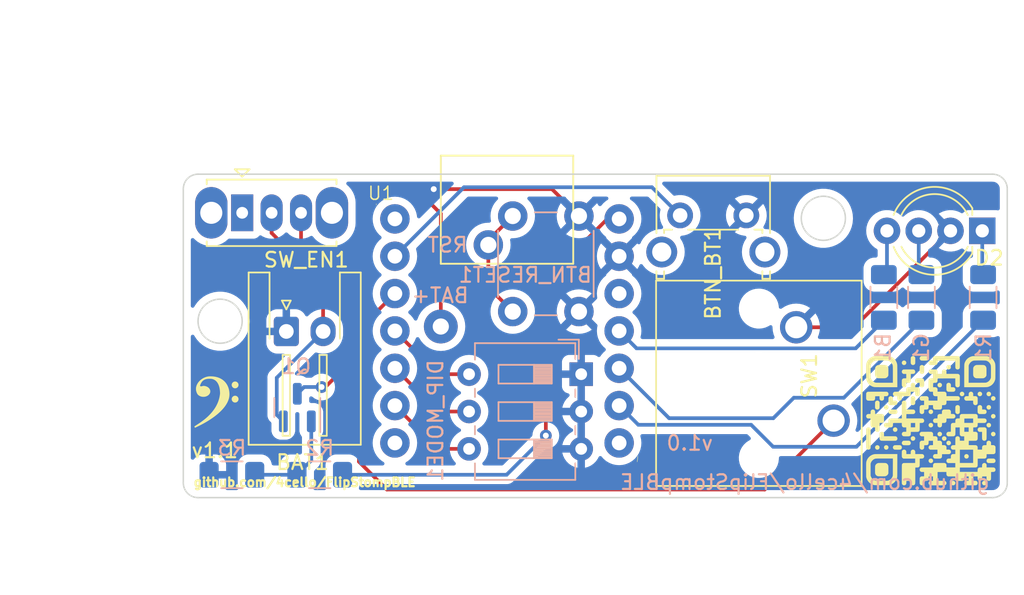
<source format=kicad_pcb>
(kicad_pcb (version 20211014) (generator pcbnew)
  (layers (0 "F.Cu" signal) (31 "B.Cu" signal) (34 "B.Paste" user) (35 "F.Paste" user) (36 "B.SilkS" user "B.Silkscreen") (37 "F.SilkS" user "F.Silkscreen") (38 "B.Mask" user) (39 "F.Mask" user) (44 "Edge.Cuts" user))
  (net 0 "")
  (net 1 "GND")
  (net 2 "Net-(D2-Pad3)")
  (net 4 "Net-(D2-Pad1)")
  (net 5 "PIN_PEDAL")
  (net 6 "PIN_LEDB")
  (net 7 "PIN_LEDG")
  (net 8 "PIN_LEDR")
  (net 9 "PIN_LAYER1")
  (net 10 "PIN_LAYER2")
  (net 11 "PIN_LAYER3")
  (net 12 "PIN_BT")
  (net 13 "Net-(B1-Pad1)")
  (net 14 "Net-(Q1-Pad1)")
  (net 16 "5V_USB")
  (net 17 "Net-(BAT1-Pad2)")
  (net 18 "MCUBAT+")
  (net 19 "RESET")
  (footprint "Button_Switch_Keyboard:SW_Cherry_MX_1.00u_PCB" (layer "F.Cu") (at 158.044 87.884 -90)
    (fp_text reference "SW1" (at -3.048 1.651 90) (layer "F.SilkS"))
    (fp_text value "SW_Push")
    (pad "" np_thru_hole circle (at -2.54 5.08 270) (size 4 4) (drill 4) (layers *.Cu *.Mask))
    (pad "" np_thru_hole circle (at -7.62 5.08 270) (size 1.7 1.7) (drill 1.7) (layers *.Cu *.Mask))
    (pad "" np_thru_hole circle (at 2.54 5.08 270) (size 1.7 1.7) (drill 1.7) (layers *.Cu *.Mask))
    (pad "1" thru_hole circle (at 0 0 270) (size 2.2 2.2) (drill 1.5) (layers *.Cu *.Mask) (net 5 "PIN_PEDAL"))
    (pad "2" thru_hole circle (at -6.35 2.54 270) (size 2.2 2.2) (drill 1.5) (layers *.Cu *.Mask) (net 1 "GND"))
  )
  (footprint "LED_THT:LED_D5.0mm-4_RGB_Wide_Pins" (layer "F.Cu") (at 168.148 74.974015 180)
    (fp_text reference "D2" (at -0.472 -1.84) (layer "F.SilkS"))
    (fp_text value "LED_RKGB")
    (pad "1" thru_hole rect (at 0 0 180) (size 1.8 1.8) (drill 0.9) (layers *.Cu *.Mask) (net 4 "Net-(D2-Pad1)"))
    (pad "2" thru_hole circle (at 2.159 0 180) (size 1.8 1.8) (drill 0.9) (layers *.Cu *.Mask) (net 1 "GND"))
    (pad "3" thru_hole circle (at 4.318 0 180) (size 1.8 1.8) (drill 0.9) (layers *.Cu *.Mask) (net 2 "Net-(D2-Pad3)"))
    (pad "4" thru_hole circle (at 6.477 0 180) (size 1.8 1.8) (drill 0.9) (layers *.Cu *.Mask) (net 13 "Net-(B1-Pad1)"))
  )
  (footprint "Button_Switch_THT:SW_Tactile_SPST_Angled_PTS645Vx39-2LFS" (layer "F.Cu") (at 147.613 73.924515)
    (fp_text reference "BTN_BT1" (at 2.235 3.945485 90) (layer "F.SilkS"))
    (fp_text value "BTN_BLUETOOTH")
    (pad "" thru_hole circle (at -1.25 2.49) (size 2.1 2.1) (drill 1.3) (layers *.Cu *.Mask))
    (pad "" thru_hole circle (at 5.76 2.49) (size 2.1 2.1) (drill 1.3) (layers *.Cu *.Mask))
    (pad "1" thru_hole circle (at 0 0) (size 1.75 1.75) (drill 0.99) (layers *.Cu *.Mask) (net 12 "PIN_BT"))
    (pad "2" thru_hole circle (at 4.5 0) (size 1.75 1.75) (drill 0.99) (layers *.Cu *.Mask) (net 1 "GND"))
  )
  (footprint "Button_Switch_THT:SW_Slide_1P2T_CK_OS102011MS2Q" (layer "F.Cu") (at 117.848 73.747515)
    (fp_text reference "SW_EN1" (at 4.356 3.2) (layer "F.SilkS"))
    (fp_text value "SW_ENABLE")
    (pad "" thru_hole oval (at -2.1 0) (size 2.2 3.5) (drill 1.5) (layers *.Cu *.Mask))
    (pad "" thru_hole oval (at 6.1 0) (size 2.2 3.5) (drill 1.5) (layers *.Cu *.Mask))
    (pad "1" thru_hole rect (at 0 0) (size 1.5 2.5) (drill 0.8) (layers *.Cu *.Mask))
    (pad "2" thru_hole oval (at 2 0) (size 1.5 2.5) (drill 0.8) (layers *.Cu *.Mask) (net 17 "Net-(BAT1-Pad2)"))
    (pad "3" thru_hole oval (at 4 0) (size 1.5 2.5) (drill 0.8) (layers *.Cu *.Mask) (net 18 "MCUBAT+"))
  )
  (footprint "footswitch-pcb:repo-qr" (layer "F.Cu") (at 164.648 87.884)
    (fp_text reference "G***" hide)
    (fp_text value "LOGO" hide)
  )
  (footprint "footswitch-pcb:bass_clave" (layer "F.Cu") (at 116.098 86.62)
    (fp_text reference "G***" hide)
    (fp_text value "LOGO" hide)
  )
  (footprint "Connector_JST:JST_XH_S2B-XH-A-1_1x02_P2.50mm_Horizontal" (layer "F.Cu") (at 120.848 81.816)
    (fp_text reference "BAT1" (at 1.1 8.9) (layer "F.SilkS"))
    (fp_text value "Battery Connector")
    (pad "1" thru_hole roundrect (at 0 0) (size 1.7 2) (drill 1) (layers *.Cu *.Mask) (roundrect_rratio 0.1470588235) (net 1 "GND"))
    (pad "2" thru_hole oval (at 2.5 0) (size 1.7 2) (drill 1) (layers *.Cu *.Mask) (net 17 "Net-(BAT1-Pad2)"))
  )
  (footprint "footswitch-pcb:XIAO-nRF52840-Sense-14P-2.54-21X17.8MM" (layer "F.Cu") (at 135.848 81.78203)
    (fp_text reference "U1" (at -8.57 -9.36) (layer "F.SilkS") (effects (font (size 0.889 0.889) (thickness 0.1016))))
    (fp_text value "SeeeduinoXIAO" hide)
    (fp_text user "BAT+" (at -4.542 -2.41203 unlocked) (layer "B.SilkS") (effects (justify mirror)))
    (fp_text user "RST" (at -4.042 -5.85 unlocked) (layer "B.SilkS") (effects (justify mirror)))
    (pad "1" thru_hole circle (at -7.62 -7.62) (size 2 2) (drill 1) (layers *.Cu *.Mask))
    (pad "2" thru_hole circle (at -7.62 -5.08) (size 2 2) (drill 1) (layers *.Cu *.Mask) (net 12 "PIN_BT"))
    (pad "3" thru_hole circle (at -7.62 -2.54) (size 2 2) (drill 1) (layers *.Cu *.Mask) (net 5 "PIN_PEDAL"))
    (pad "4" thru_hole circle (at -7.62 0) (size 2 2) (drill 1) (layers *.Cu *.Mask) (net 11 "PIN_LAYER3"))
    (pad "5" thru_hole circle (at -7.62 2.54) (size 2 2) (drill 1) (layers *.Cu *.Mask) (net 10 "PIN_LAYER2"))
    (pad "6" thru_hole circle (at -7.62 5.08) (size 2 2) (drill 1) (layers *.Cu *.Mask) (net 9 "PIN_LAYER1"))
    (pad "7" thru_hole circle (at -7.62 7.62) (size 2 2) (drill 1) (layers *.Cu *.Mask))
    (pad "8" thru_hole circle (at 7.62 7.62) (size 2 2) (drill 1) (layers *.Cu *.Mask))
    (pad "9" thru_hole circle (at 7.62 5.08) (size 2 2) (drill 1) (layers *.Cu *.Mask) (net 8 "PIN_LEDR"))
    (pad "10" thru_hole circle (at 7.62 2.54) (size 2 2) (drill 1) (layers *.Cu *.Mask) (net 7 "PIN_LEDG"))
    (pad "11" thru_hole circle (at 7.62 0) (size 2 2) (drill 1) (layers *.Cu *.Mask) (net 6 "PIN_LEDB"))
    (pad "12" thru_hole circle (at 7.62 -2.54) (size 2 2) (drill 1) (layers *.Cu *.Mask))
    (pad "13" thru_hole circle (at 7.62 -5.08) (size 2 2) (drill 1) (layers *.Cu *.Mask) (net 1 "GND"))
    (pad "14" thru_hole circle (at 7.62 -7.62) (size 2 2) (drill 1) (layers *.Cu *.Mask) (net 16 "5V_USB"))
    (pad "17" thru_hole circle (at -1.27 -5.85 90) (size 2 2) (drill 1.1) (layers *.Cu *.Mask) (net 19 "RESET"))
    (pad "22" thru_hole circle (at -4.5 -0.3 180) (size 2.3 2.3) (drill 1.1) (layers *.Cu *.Mask) (net 18 "MCUBAT+"))
  )
  (footprint "Button_Switch_THT:SW_PUSH_6mm_H7.3mm" (layer "B.Cu") (at 136.236 73.966 -90)
    (fp_text reference "BTN_RESET1" (at 4.012 -0.853) (layer "B.SilkS") (effects (justify mirror)))
    (fp_text value "BTN_RESET")
    (pad "1" thru_hole circle (at 0 0 180) (size 2 2) (drill 1.1) (layers *.Cu *.Mask) (net 19 "RESET"))
    (pad "1" thru_hole circle (at 6.5 0 180) (size 2 2) (drill 1.1) (layers *.Cu *.Mask) (net 19 "RESET"))
    (pad "2" thru_hole circle (at 6.5 -4.5 180) (size 2 2) (drill 1.1) (layers *.Cu *.Mask) (net 1 "GND"))
    (pad "2" thru_hole circle (at 0 -4.5 180) (size 2 2) (drill 1.1) (layers *.Cu *.Mask) (net 1 "GND"))
  )
  (footprint "Resistor_SMD:R_1206_3216Metric_Pad1.30x1.75mm_HandSolder" (layer "B.Cu") (at 168.204 79.502 90)
    (fp_text reference "R1" (at -3.4 0.03203 90) (layer "B.SilkS") (effects (justify mirror)))
    (fp_text value "R")
    (pad "1" smd roundrect (at -1.55 0 90) (size 1.3 1.75) (layers "B.Cu" "B.Paste" "B.Mask") (roundrect_rratio 0.192308) (net 8 "PIN_LEDR"))
    (pad "2" smd roundrect (at 1.55 0 90) (size 1.3 1.75) (layers "B.Cu" "B.Paste" "B.Mask") (roundrect_rratio 0.192308) (net 4 "Net-(D2-Pad1)"))
  )
  (footprint "Resistor_SMD:R_1206_3216Metric_Pad1.30x1.75mm_HandSolder" (layer "B.Cu") (at 117.15 91.567 180)
    (fp_text reference "R3" (at 0 1.82) (layer "B.SilkS") (effects (justify mirror)))
    (fp_text value "10k")
    (pad "1" smd roundrect (at -1.55 0 180) (size 1.3 1.75) (layers "B.Cu" "B.Paste" "B.Mask") (roundrect_rratio 0.192308) (net 14 "Net-(Q1-Pad1)"))
    (pad "2" smd roundrect (at 1.55 0 180) (size 1.3 1.75) (layers "B.Cu" "B.Paste" "B.Mask") (roundrect_rratio 0.192308) (net 1 "GND"))
  )
  (footprint "Resistor_SMD:R_1206_3216Metric_Pad1.30x1.75mm_HandSolder" (layer "B.Cu") (at 164.013 79.502 90)
    (fp_text reference "G1" (at -3.4 -0.00797 90) (layer "B.SilkS") (effects (justify mirror)))
    (fp_text value "R")
    (pad "1" smd roundrect (at -1.55 0 90) (size 1.3 1.75) (layers "B.Cu" "B.Paste" "B.Mask") (roundrect_rratio 0.192308) (net 7 "PIN_LEDG"))
    (pad "2" smd roundrect (at 1.55 0 90) (size 1.3 1.75) (layers "B.Cu" "B.Paste" "B.Mask") (roundrect_rratio 0.192308) (net 2 "Net-(D2-Pad3)"))
  )
  (footprint "Resistor_SMD:R_1206_3216Metric_Pad1.30x1.75mm_HandSolder" (layer "B.Cu") (at 161.459485 79.502 -90)
    (fp_text reference "B1" (at 3.4 0.061485 90) (layer "B.SilkS") (effects (justify mirror)))
    (fp_text value "R")
    (pad "1" smd roundrect (at -1.55 0 270) (size 1.3 1.75) (layers "B.Cu" "B.Paste" "B.Mask") (roundrect_rratio 0.192308) (net 13 "Net-(B1-Pad1)"))
    (pad "2" smd roundrect (at 1.55 0 270) (size 1.3 1.75) (layers "B.Cu" "B.Paste" "B.Mask") (roundrect_rratio 0.192308) (net 6 "PIN_LEDB"))
  )
  (footprint "Button_Switch_THT:SW_DIP_SPSTx03_Slide_6.7x9.18mm_W7.62mm_P2.54mm_LowProfile" (layer "B.Cu") (at 140.889 84.724 180)
    (fp_text reference "DIP_MODE1" (at 9.896 -3.16 90) (layer "B.SilkS") (effects (justify mirror)))
    (fp_text value "SW_DIP_x03")
    (pad "1" thru_hole rect (at 0 0 180) (size 1.6 1.6) (drill 0.8) (layers *.Cu *.Mask) (net 1 "GND"))
    (pad "2" thru_hole oval (at 0 -2.54 180) (size 1.6 1.6) (drill 0.8) (layers *.Cu *.Mask) (net 1 "GND"))
    (pad "3" thru_hole oval (at 0 -5.08 180) (size 1.6 1.6) (drill 0.8) (layers *.Cu *.Mask) (net 1 "GND"))
    (pad "4" thru_hole oval (at 7.62 -5.08 180) (size 1.6 1.6) (drill 0.8) (layers *.Cu *.Mask) (net 9 "PIN_LAYER1"))
    (pad "5" thru_hole oval (at 7.62 -2.54 180) (size 1.6 1.6) (drill 0.8) (layers *.Cu *.Mask) (net 10 "PIN_LAYER2"))
    (pad "6" thru_hole oval (at 7.62 0 180) (size 1.6 1.6) (drill 0.8) (layers *.Cu *.Mask) (net 11 "PIN_LAYER3"))
  )
  (footprint "Package_TO_SOT_SMD:SOT-23" (layer "B.Cu") (at 121.595 86.995 90)
    (fp_text reference "Q1" (at 2.8 -0.068) (layer "B.SilkS") (effects (justify mirror)))
    (fp_text value "BUK7880-55A")
    (pad "1" smd roundrect (at -0.9375 0.95 90) (size 1.475 0.6) (layers "B.Cu" "B.Paste" "B.Mask") (net 14 "Net-(Q1-Pad1)"))
    (pad "2" smd roundrect (at -0.9375 -0.95 90) (size 1.475 0.6) (layers "B.Cu" "B.Paste" "B.Mask") (net 17 "Net-(BAT1-Pad2)"))
    (pad "3" smd roundrect (at 0.9375 0 90) (size 1.475 0.6) (layers "B.Cu" "B.Paste" "B.Mask") (net 18 "MCUBAT+"))
  )
  (footprint "Resistor_SMD:R_1206_3216Metric_Pad1.30x1.75mm_HandSolder" (layer "B.Cu") (at 123.119 91.567 180)
    (fp_text reference "R2" (at 0 1.82) (layer "B.SilkS") (effects (justify mirror)))
    (fp_text value "100")
    (pad "1" smd roundrect (at -1.55 0 180) (size 1.3 1.75) (layers "B.Cu" "B.Paste" "B.Mask") (roundrect_rratio 0.192308) (net 16 "5V_USB"))
    (pad "2" smd roundrect (at 1.55 0 180) (size 1.3 1.75) (layers "B.Cu" "B.Paste" "B.Mask") (roundrect_rratio 0.192308) (net 14 "Net-(Q1-Pad1)"))
  )
  (gr_line (start 169.848 92.12) (end 169.848 72.12) (layer "Edge.Cuts") (width 0.1))
  (gr_circle (center 116.348 81.12) (end 116.348 82.62) (layer "Edge.Cuts") (width 0.1) (fill none))
  (gr_arc (start 169.848 92.12) (mid 169.555107 92.827107) (end 168.848 93.12) (layer "Edge.Cuts") (width 0.1))
  (gr_line (start 168.848 71.12) (end 114.848 71.12) (layer "Edge.Cuts") (width 0.1))
  (gr_line (start 113.848 72.12) (end 113.848 92.12) (layer "Edge.Cuts") (width 0.1))
  (gr_arc (start 113.848 72.12) (mid 114.140893 71.412893) (end 114.848 71.12) (layer "Edge.Cuts") (width 0.1))
  (gr_arc (start 168.848 71.12) (mid 169.555107 71.412893) (end 169.848 72.12) (layer "Edge.Cuts") (width 0.1))
  (gr_circle (center 157.348 74.12) (end 157.348 75.62) (layer "Edge.Cuts") (width 0.1) (fill none))
  (gr_arc (start 114.848 93.12) (mid 114.140893 92.827107) (end 113.848 92.12) (layer "Edge.Cuts") (width 0.1))
  (gr_line (start 114.848 93.12) (end 168.848 93.12) (layer "Edge.Cuts") (width 0.1))
  (gr_text "github.com/4cello/FlipStompBLE" (at 143.439 92.075) (layer "B.SilkS") (effects (font (size 1 1)) (justify right mirror)))
  (gr_text "v1.0" (at 148.265 89.408) (layer "B.SilkS") (effects (font (size 1 1)) (justify mirror)))
  (gr_text "v1.1" (at 117.658 89.916) (layer "F.SilkS") (effects (font (size 1 1)) (justify right)))
  (gr_text "github.com/4cello/FlipStompBLE" (at 129.723 92.075) (layer "F.SilkS") (effects (font (size 0.6 0.6)) (justify right)))
  (segment (start 159.429015 81.534) (end 155.504 81.534) (width 0.25) (layer "F.Cu") (net 1))
  (segment (start 138.906 72.136) (end 140.736 73.966) (width 0.25) (layer "F.Cu") (net 1))
  (segment (start 165.989 74.974015) (end 159.429015 81.534) (width 0.25) (layer "F.Cu") (net 1))
  (segment (start 130.866 72.136) (end 138.906 72.136) (width 0.25) (layer "F.Cu") (net 1))
  (via (at 130.866 72.136) (size 0.8) (drill 0.4) (layers "F.Cu" "B.Cu") (net 1))
  (segment (start 163.83 77.769) (end 163.83 74.974015) (width 0.25) (layer "B.Cu") (net 2))
  (segment (start 164.013 77.952) (end 163.83 77.769) (width 0.25) (layer "B.Cu") (net 2))
  (segment (start 168.148 77.896) (end 168.148 74.974015) (width 0.25) (layer "B.Cu") (net 4))
  (segment (start 168.204 77.952) (end 168.148 77.896) (width 0.25) (layer "B.Cu") (net 4))
  (segment (start 125.786 81.68403) (end 128.228 79.24203) (width 0.25) (layer "F.Cu") (net 5))
  (segment (start 125.786 90.678) (end 125.786 81.68403) (width 0.25) (layer "F.Cu") (net 5))
  (segment (start 153.35848 92.56952) (end 127.67752 92.56952) (width 0.25) (layer "F.Cu") (net 5))
  (segment (start 158.044 87.884) (end 153.35848 92.56952) (width 0.25) (layer "F.Cu") (net 5))
  (segment (start 127.67752 92.56952) (end 125.786 90.678) (width 0.25) (layer "F.Cu") (net 5))
  (segment (start 144.655449 82.969479) (end 143.468 81.78203) (width 0.25) (layer "B.Cu") (net 6))
  (segment (start 159.542006 82.969479) (end 144.655449 82.969479) (width 0.25) (layer "B.Cu") (net 6))
  (segment (start 161.459485 81.052) (end 159.542006 82.969479) (width 0.25) (layer "B.Cu") (net 6))
  (segment (start 164.013 81.052) (end 158.73744 86.32756) (width 0.25) (layer "B.Cu") (net 7))
  (segment (start 153.94756 87.718521) (end 146.864491 87.718521) (width 0.25) (layer "B.Cu") (net 7))
  (segment (start 155.338521 86.32756) (end 153.94756 87.718521) (width 0.25) (layer "B.Cu") (net 7))
  (segment (start 146.864491 87.718521) (end 143.468 84.32203) (width 0.25) (layer "B.Cu") (net 7))
  (segment (start 158.73744 86.32756) (end 155.338521 86.32756) (width 0.25) (layer "B.Cu") (net 7))
  (segment (start 144.774011 88.168041) (end 143.468 86.86203) (width 0.25) (layer "B.Cu") (net 8))
  (segment (start 168.204 81.052) (end 159.594 89.662) (width 0.25) (layer "B.Cu") (net 8))
  (segment (start 153.933735 89.662) (end 152.439776 88.168041) (width 0.25) (layer "B.Cu") (net 8))
  (segment (start 159.594 89.662) (end 153.933735 89.662) (width 0.25) (layer "B.Cu") (net 8))
  (segment (start 152.439776 88.168041) (end 144.774011 88.168041) (width 0.25) (layer "B.Cu") (net 8))
  (segment (start 133.269 89.804) (end 131.16997 89.804) (width 0.25) (layer "F.Cu") (net 9))
  (segment (start 131.16997 89.804) (end 128.228 86.86203) (width 0.25) (layer "F.Cu") (net 9))
  (segment (start 131.16997 87.264) (end 128.228 84.32203) (width 0.25) (layer "F.Cu") (net 10))
  (segment (start 133.269 87.264) (end 131.16997 87.264) (width 0.25) (layer "F.Cu") (net 10))
  (segment (start 131.16997 84.724) (end 128.228 81.78203) (width 0.25) (layer "F.Cu") (net 11))
  (segment (start 133.269 84.724) (end 131.16997 84.724) (width 0.25) (layer "F.Cu") (net 11))
  (segment (start 128.228 76.70203) (end 132.92103 72.009) (width 0.25) (layer "B.Cu") (net 12))
  (segment (start 145.697485 72.009) (end 147.613 73.924515) (width 0.25) (layer "B.Cu") (net 12))
  (segment (start 132.92103 72.009) (end 145.697485 72.009) (width 0.25) (layer "B.Cu") (net 12))
  (segment (start 161.459485 77.952) (end 161.671 77.740485) (width 0.25) (layer "B.Cu") (net 13))
  (segment (start 161.671 77.740485) (end 161.671 74.974015) (width 0.25) (layer "B.Cu") (net 13))
  (segment (start 118.7 91.567) (end 121.569 91.567) (width 0.25) (layer "B.Cu") (net 14))
  (segment (start 122.545 87.9325) (end 122.545 90.591) (width 0.25) (layer "B.Cu") (net 14))
  (segment (start 122.545 90.591) (end 121.569 91.567) (width 0.25) (layer "B.Cu") (net 14))
  (segment (start 138.486 78.343143) (end 138.486 88.9) (width 0.25) (layer "F.Cu") (net 16))
  (segment (start 142.667113 74.16203) (end 138.486 78.343143) (width 0.25) (layer "F.Cu") (net 16))
  (segment (start 143.468 74.16203) (end 142.667113 74.16203) (width 0.25) (layer "F.Cu") (net 16))
  (via (at 138.486 88.9) (size 0.8) (drill 0.4) (layers "F.Cu" "B.Cu") (net 16))
  (segment (start 135.819 91.567) (end 138.486 88.9) (width 0.25) (layer "B.Cu") (net 16))
  (segment (start 124.669 91.567) (end 135.819 91.567) (width 0.25) (layer "B.Cu") (net 16))
  (segment (start 119.848 75.12) (end 119.848 73.747515) (width 0.25) (layer "F.Cu") (net 17))
  (segment (start 123.348 78.62) (end 119.848 75.12) (width 0.25) (layer "F.Cu") (net 17))
  (segment (start 123.348 78.62) (end 123.348 81.816) (width 0.25) (layer "F.Cu") (net 17))
  (segment (start 120.198 87.4855) (end 120.198 84.966) (width 0.25) (layer "B.Cu") (net 17))
  (segment (start 120.198 84.966) (end 123.348 81.816) (width 0.25) (layer "B.Cu") (net 17))
  (segment (start 120.645 87.9325) (end 120.198 87.4855) (width 0.25) (layer "B.Cu") (net 17))
  (segment (start 122.726485 76.482) (end 121.848 75.603515) (width 0.25) (layer "F.Cu") (net 18))
  (segment (start 122.726485 76.482) (end 124.925 76.482) (width 0.25) (layer "F.Cu") (net 18))
  (segment (start 123.5 85.598) (end 123.246 85.598) (width 0.25) (layer "F.Cu") (net 18))
  (segment (start 124.925 76.482) (end 125.024 76.581) (width 0.25) (layer "F.Cu") (net 18))
  (segment (start 125.024 84.074) (end 123.5 85.598) (width 0.25) (layer "F.Cu") (net 18))
  (segment (start 124.925 76.482) (end 125.086 76.482) (width 0.25) (layer "F.Cu") (net 18))
  (segment (start 131.348 73.81) (end 129.702 72.164) (width 0.25) (layer "F.Cu") (net 18))
  (segment (start 121.848 75.603515) (end 121.848 73.747515) (width 0.25) (layer "F.Cu") (net 18))
  (segment (start 127.004 72.164) (end 129.702 72.164) (width 0.25) (layer "F.Cu") (net 18))
  (segment (start 125.086 76.482) (end 125.848 75.72) (width 0.25) (layer "F.Cu") (net 18))
  (segment (start 125.848 75.72) (end 125.848 73.32) (width 0.25) (layer "F.Cu") (net 18))
  (segment (start 131.348 81.48203) (end 131.348 73.81) (width 0.25) (layer "F.Cu") (net 18))
  (segment (start 125.848 73.32) (end 127.004 72.164) (width 0.25) (layer "F.Cu") (net 18))
  (segment (start 125.024 76.581) (end 125.024 84.074) (width 0.25) (layer "F.Cu") (net 18))
  (via (at 123.246 85.598) (size 0.8) (drill 0.4) (layers "F.Cu" "B.Cu") (net 18))
  (segment (start 122.0545 85.598) (end 121.595 86.0575) (width 0.25) (layer "B.Cu") (net 18))
  (segment (start 123.246 85.598) (end 122.0545 85.598) (width 0.25) (layer "B.Cu") (net 18))
  (segment (start 134.578 78.808) (end 136.236 80.466) (width 0.25) (layer "F.Cu") (net 19))
  (segment (start 136.236 73.966) (end 134.578 75.624) (width 0.25) (layer "F.Cu") (net 19))
  (segment (start 134.578 75.93203) (end 134.578 78.808) (width 0.25) (layer "F.Cu") (net 19))
  (segment (start 134.578 75.624) (end 134.578 75.93203) (width 0.25) (layer "F.Cu") (net 19))
  (zone (net 1) (net_name "GND") (layer "B.Cu") (connect_pads (clearance 0.508)) (min_thickness 0.254) (fill yes (thermal_gap 0.508) (thermal_bridge_width 0.508))
    (polygon (pts (xy 170.99 94.95) (xy 112.6 94.95) (xy 112.6 66.04) (xy 170.99 66.04)))
  )
)
</source>
